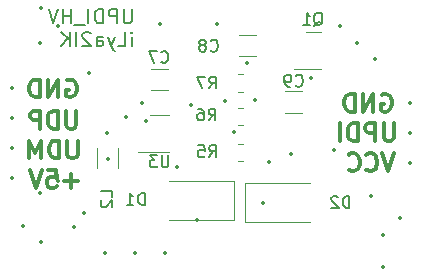
<source format=gbo>
%TF.GenerationSoftware,KiCad,Pcbnew,7.0.7-7.0.7~ubuntu22.04.1*%
%TF.CreationDate,2023-08-23T16:26:45+03:00*%
%TF.ProjectId,updi_hv_reset,75706469-5f68-4765-9f72-657365742e6b,rev?*%
%TF.SameCoordinates,Original*%
%TF.FileFunction,Legend,Bot*%
%TF.FilePolarity,Positive*%
%FSLAX46Y46*%
G04 Gerber Fmt 4.6, Leading zero omitted, Abs format (unit mm)*
G04 Created by KiCad (PCBNEW 7.0.7-7.0.7~ubuntu22.04.1) date 2023-08-23 16:26:45*
%MOMM*%
%LPD*%
G01*
G04 APERTURE LIST*
%ADD10C,0.300000*%
%ADD11C,0.200000*%
%ADD12C,0.150000*%
%ADD13C,0.120000*%
%ADD14C,0.350000*%
G04 APERTURE END LIST*
D10*
X107725489Y-113010828D02*
X107725489Y-114225114D01*
X107725489Y-114225114D02*
X107654060Y-114367971D01*
X107654060Y-114367971D02*
X107582632Y-114439400D01*
X107582632Y-114439400D02*
X107439774Y-114510828D01*
X107439774Y-114510828D02*
X107154060Y-114510828D01*
X107154060Y-114510828D02*
X107011203Y-114439400D01*
X107011203Y-114439400D02*
X106939774Y-114367971D01*
X106939774Y-114367971D02*
X106868346Y-114225114D01*
X106868346Y-114225114D02*
X106868346Y-113010828D01*
X106154060Y-114510828D02*
X106154060Y-113010828D01*
X106154060Y-113010828D02*
X105796917Y-113010828D01*
X105796917Y-113010828D02*
X105582631Y-113082257D01*
X105582631Y-113082257D02*
X105439774Y-113225114D01*
X105439774Y-113225114D02*
X105368345Y-113367971D01*
X105368345Y-113367971D02*
X105296917Y-113653685D01*
X105296917Y-113653685D02*
X105296917Y-113867971D01*
X105296917Y-113867971D02*
X105368345Y-114153685D01*
X105368345Y-114153685D02*
X105439774Y-114296542D01*
X105439774Y-114296542D02*
X105582631Y-114439400D01*
X105582631Y-114439400D02*
X105796917Y-114510828D01*
X105796917Y-114510828D02*
X106154060Y-114510828D01*
X104654060Y-114510828D02*
X104654060Y-113010828D01*
X104654060Y-113010828D02*
X104154060Y-114082257D01*
X104154060Y-114082257D02*
X103654060Y-113010828D01*
X103654060Y-113010828D02*
X103654060Y-114510828D01*
X134515489Y-111560828D02*
X134515489Y-112775114D01*
X134515489Y-112775114D02*
X134444060Y-112917971D01*
X134444060Y-112917971D02*
X134372632Y-112989400D01*
X134372632Y-112989400D02*
X134229774Y-113060828D01*
X134229774Y-113060828D02*
X133944060Y-113060828D01*
X133944060Y-113060828D02*
X133801203Y-112989400D01*
X133801203Y-112989400D02*
X133729774Y-112917971D01*
X133729774Y-112917971D02*
X133658346Y-112775114D01*
X133658346Y-112775114D02*
X133658346Y-111560828D01*
X132944060Y-113060828D02*
X132944060Y-111560828D01*
X132944060Y-111560828D02*
X132372631Y-111560828D01*
X132372631Y-111560828D02*
X132229774Y-111632257D01*
X132229774Y-111632257D02*
X132158345Y-111703685D01*
X132158345Y-111703685D02*
X132086917Y-111846542D01*
X132086917Y-111846542D02*
X132086917Y-112060828D01*
X132086917Y-112060828D02*
X132158345Y-112203685D01*
X132158345Y-112203685D02*
X132229774Y-112275114D01*
X132229774Y-112275114D02*
X132372631Y-112346542D01*
X132372631Y-112346542D02*
X132944060Y-112346542D01*
X131444060Y-113060828D02*
X131444060Y-111560828D01*
X131444060Y-111560828D02*
X131086917Y-111560828D01*
X131086917Y-111560828D02*
X130872631Y-111632257D01*
X130872631Y-111632257D02*
X130729774Y-111775114D01*
X130729774Y-111775114D02*
X130658345Y-111917971D01*
X130658345Y-111917971D02*
X130586917Y-112203685D01*
X130586917Y-112203685D02*
X130586917Y-112417971D01*
X130586917Y-112417971D02*
X130658345Y-112703685D01*
X130658345Y-112703685D02*
X130729774Y-112846542D01*
X130729774Y-112846542D02*
X130872631Y-112989400D01*
X130872631Y-112989400D02*
X131086917Y-113060828D01*
X131086917Y-113060828D02*
X131444060Y-113060828D01*
X129944060Y-113060828D02*
X129944060Y-111560828D01*
X106799774Y-107922257D02*
X106942632Y-107850828D01*
X106942632Y-107850828D02*
X107156917Y-107850828D01*
X107156917Y-107850828D02*
X107371203Y-107922257D01*
X107371203Y-107922257D02*
X107514060Y-108065114D01*
X107514060Y-108065114D02*
X107585489Y-108207971D01*
X107585489Y-108207971D02*
X107656917Y-108493685D01*
X107656917Y-108493685D02*
X107656917Y-108707971D01*
X107656917Y-108707971D02*
X107585489Y-108993685D01*
X107585489Y-108993685D02*
X107514060Y-109136542D01*
X107514060Y-109136542D02*
X107371203Y-109279400D01*
X107371203Y-109279400D02*
X107156917Y-109350828D01*
X107156917Y-109350828D02*
X107014060Y-109350828D01*
X107014060Y-109350828D02*
X106799774Y-109279400D01*
X106799774Y-109279400D02*
X106728346Y-109207971D01*
X106728346Y-109207971D02*
X106728346Y-108707971D01*
X106728346Y-108707971D02*
X107014060Y-108707971D01*
X106085489Y-109350828D02*
X106085489Y-107850828D01*
X106085489Y-107850828D02*
X105228346Y-109350828D01*
X105228346Y-109350828D02*
X105228346Y-107850828D01*
X104514060Y-109350828D02*
X104514060Y-107850828D01*
X104514060Y-107850828D02*
X104156917Y-107850828D01*
X104156917Y-107850828D02*
X103942631Y-107922257D01*
X103942631Y-107922257D02*
X103799774Y-108065114D01*
X103799774Y-108065114D02*
X103728345Y-108207971D01*
X103728345Y-108207971D02*
X103656917Y-108493685D01*
X103656917Y-108493685D02*
X103656917Y-108707971D01*
X103656917Y-108707971D02*
X103728345Y-108993685D01*
X103728345Y-108993685D02*
X103799774Y-109136542D01*
X103799774Y-109136542D02*
X103942631Y-109279400D01*
X103942631Y-109279400D02*
X104156917Y-109350828D01*
X104156917Y-109350828D02*
X104514060Y-109350828D01*
X133469774Y-109132257D02*
X133612632Y-109060828D01*
X133612632Y-109060828D02*
X133826917Y-109060828D01*
X133826917Y-109060828D02*
X134041203Y-109132257D01*
X134041203Y-109132257D02*
X134184060Y-109275114D01*
X134184060Y-109275114D02*
X134255489Y-109417971D01*
X134255489Y-109417971D02*
X134326917Y-109703685D01*
X134326917Y-109703685D02*
X134326917Y-109917971D01*
X134326917Y-109917971D02*
X134255489Y-110203685D01*
X134255489Y-110203685D02*
X134184060Y-110346542D01*
X134184060Y-110346542D02*
X134041203Y-110489400D01*
X134041203Y-110489400D02*
X133826917Y-110560828D01*
X133826917Y-110560828D02*
X133684060Y-110560828D01*
X133684060Y-110560828D02*
X133469774Y-110489400D01*
X133469774Y-110489400D02*
X133398346Y-110417971D01*
X133398346Y-110417971D02*
X133398346Y-109917971D01*
X133398346Y-109917971D02*
X133684060Y-109917971D01*
X132755489Y-110560828D02*
X132755489Y-109060828D01*
X132755489Y-109060828D02*
X131898346Y-110560828D01*
X131898346Y-110560828D02*
X131898346Y-109060828D01*
X131184060Y-110560828D02*
X131184060Y-109060828D01*
X131184060Y-109060828D02*
X130826917Y-109060828D01*
X130826917Y-109060828D02*
X130612631Y-109132257D01*
X130612631Y-109132257D02*
X130469774Y-109275114D01*
X130469774Y-109275114D02*
X130398345Y-109417971D01*
X130398345Y-109417971D02*
X130326917Y-109703685D01*
X130326917Y-109703685D02*
X130326917Y-109917971D01*
X130326917Y-109917971D02*
X130398345Y-110203685D01*
X130398345Y-110203685D02*
X130469774Y-110346542D01*
X130469774Y-110346542D02*
X130612631Y-110489400D01*
X130612631Y-110489400D02*
X130826917Y-110560828D01*
X130826917Y-110560828D02*
X131184060Y-110560828D01*
X107625489Y-110500828D02*
X107625489Y-111715114D01*
X107625489Y-111715114D02*
X107554060Y-111857971D01*
X107554060Y-111857971D02*
X107482632Y-111929400D01*
X107482632Y-111929400D02*
X107339774Y-112000828D01*
X107339774Y-112000828D02*
X107054060Y-112000828D01*
X107054060Y-112000828D02*
X106911203Y-111929400D01*
X106911203Y-111929400D02*
X106839774Y-111857971D01*
X106839774Y-111857971D02*
X106768346Y-111715114D01*
X106768346Y-111715114D02*
X106768346Y-110500828D01*
X106054060Y-112000828D02*
X106054060Y-110500828D01*
X106054060Y-110500828D02*
X105696917Y-110500828D01*
X105696917Y-110500828D02*
X105482631Y-110572257D01*
X105482631Y-110572257D02*
X105339774Y-110715114D01*
X105339774Y-110715114D02*
X105268345Y-110857971D01*
X105268345Y-110857971D02*
X105196917Y-111143685D01*
X105196917Y-111143685D02*
X105196917Y-111357971D01*
X105196917Y-111357971D02*
X105268345Y-111643685D01*
X105268345Y-111643685D02*
X105339774Y-111786542D01*
X105339774Y-111786542D02*
X105482631Y-111929400D01*
X105482631Y-111929400D02*
X105696917Y-112000828D01*
X105696917Y-112000828D02*
X106054060Y-112000828D01*
X104554060Y-112000828D02*
X104554060Y-110500828D01*
X104554060Y-110500828D02*
X103982631Y-110500828D01*
X103982631Y-110500828D02*
X103839774Y-110572257D01*
X103839774Y-110572257D02*
X103768345Y-110643685D01*
X103768345Y-110643685D02*
X103696917Y-110786542D01*
X103696917Y-110786542D02*
X103696917Y-111000828D01*
X103696917Y-111000828D02*
X103768345Y-111143685D01*
X103768345Y-111143685D02*
X103839774Y-111215114D01*
X103839774Y-111215114D02*
X103982631Y-111286542D01*
X103982631Y-111286542D02*
X104554060Y-111286542D01*
X134529774Y-114110828D02*
X134029774Y-115610828D01*
X134029774Y-115610828D02*
X133529774Y-114110828D01*
X132172632Y-115467971D02*
X132244060Y-115539400D01*
X132244060Y-115539400D02*
X132458346Y-115610828D01*
X132458346Y-115610828D02*
X132601203Y-115610828D01*
X132601203Y-115610828D02*
X132815489Y-115539400D01*
X132815489Y-115539400D02*
X132958346Y-115396542D01*
X132958346Y-115396542D02*
X133029775Y-115253685D01*
X133029775Y-115253685D02*
X133101203Y-114967971D01*
X133101203Y-114967971D02*
X133101203Y-114753685D01*
X133101203Y-114753685D02*
X133029775Y-114467971D01*
X133029775Y-114467971D02*
X132958346Y-114325114D01*
X132958346Y-114325114D02*
X132815489Y-114182257D01*
X132815489Y-114182257D02*
X132601203Y-114110828D01*
X132601203Y-114110828D02*
X132458346Y-114110828D01*
X132458346Y-114110828D02*
X132244060Y-114182257D01*
X132244060Y-114182257D02*
X132172632Y-114253685D01*
X130672632Y-115467971D02*
X130744060Y-115539400D01*
X130744060Y-115539400D02*
X130958346Y-115610828D01*
X130958346Y-115610828D02*
X131101203Y-115610828D01*
X131101203Y-115610828D02*
X131315489Y-115539400D01*
X131315489Y-115539400D02*
X131458346Y-115396542D01*
X131458346Y-115396542D02*
X131529775Y-115253685D01*
X131529775Y-115253685D02*
X131601203Y-114967971D01*
X131601203Y-114967971D02*
X131601203Y-114753685D01*
X131601203Y-114753685D02*
X131529775Y-114467971D01*
X131529775Y-114467971D02*
X131458346Y-114325114D01*
X131458346Y-114325114D02*
X131315489Y-114182257D01*
X131315489Y-114182257D02*
X131101203Y-114110828D01*
X131101203Y-114110828D02*
X130958346Y-114110828D01*
X130958346Y-114110828D02*
X130744060Y-114182257D01*
X130744060Y-114182257D02*
X130672632Y-114253685D01*
X107765489Y-116449400D02*
X106622632Y-116449400D01*
X107194060Y-117020828D02*
X107194060Y-115877971D01*
X105194060Y-115520828D02*
X105908346Y-115520828D01*
X105908346Y-115520828D02*
X105979774Y-116235114D01*
X105979774Y-116235114D02*
X105908346Y-116163685D01*
X105908346Y-116163685D02*
X105765489Y-116092257D01*
X105765489Y-116092257D02*
X105408346Y-116092257D01*
X105408346Y-116092257D02*
X105265489Y-116163685D01*
X105265489Y-116163685D02*
X105194060Y-116235114D01*
X105194060Y-116235114D02*
X105122631Y-116377971D01*
X105122631Y-116377971D02*
X105122631Y-116735114D01*
X105122631Y-116735114D02*
X105194060Y-116877971D01*
X105194060Y-116877971D02*
X105265489Y-116949400D01*
X105265489Y-116949400D02*
X105408346Y-117020828D01*
X105408346Y-117020828D02*
X105765489Y-117020828D01*
X105765489Y-117020828D02*
X105908346Y-116949400D01*
X105908346Y-116949400D02*
X105979774Y-116877971D01*
X104694060Y-115520828D02*
X104194060Y-117020828D01*
X104194060Y-117020828D02*
X103694060Y-115520828D01*
D11*
X112312707Y-101880742D02*
X112312707Y-102852171D01*
X112312707Y-102852171D02*
X112255564Y-102966457D01*
X112255564Y-102966457D02*
X112198422Y-103023600D01*
X112198422Y-103023600D02*
X112084136Y-103080742D01*
X112084136Y-103080742D02*
X111855564Y-103080742D01*
X111855564Y-103080742D02*
X111741279Y-103023600D01*
X111741279Y-103023600D02*
X111684136Y-102966457D01*
X111684136Y-102966457D02*
X111626993Y-102852171D01*
X111626993Y-102852171D02*
X111626993Y-101880742D01*
X111055564Y-103080742D02*
X111055564Y-101880742D01*
X111055564Y-101880742D02*
X110598421Y-101880742D01*
X110598421Y-101880742D02*
X110484136Y-101937885D01*
X110484136Y-101937885D02*
X110426993Y-101995028D01*
X110426993Y-101995028D02*
X110369850Y-102109314D01*
X110369850Y-102109314D02*
X110369850Y-102280742D01*
X110369850Y-102280742D02*
X110426993Y-102395028D01*
X110426993Y-102395028D02*
X110484136Y-102452171D01*
X110484136Y-102452171D02*
X110598421Y-102509314D01*
X110598421Y-102509314D02*
X111055564Y-102509314D01*
X109855564Y-103080742D02*
X109855564Y-101880742D01*
X109855564Y-101880742D02*
X109569850Y-101880742D01*
X109569850Y-101880742D02*
X109398421Y-101937885D01*
X109398421Y-101937885D02*
X109284136Y-102052171D01*
X109284136Y-102052171D02*
X109226993Y-102166457D01*
X109226993Y-102166457D02*
X109169850Y-102395028D01*
X109169850Y-102395028D02*
X109169850Y-102566457D01*
X109169850Y-102566457D02*
X109226993Y-102795028D01*
X109226993Y-102795028D02*
X109284136Y-102909314D01*
X109284136Y-102909314D02*
X109398421Y-103023600D01*
X109398421Y-103023600D02*
X109569850Y-103080742D01*
X109569850Y-103080742D02*
X109855564Y-103080742D01*
X108655564Y-103080742D02*
X108655564Y-101880742D01*
X108369850Y-103195028D02*
X107455564Y-103195028D01*
X107169849Y-103080742D02*
X107169849Y-101880742D01*
X107169849Y-102452171D02*
X106484135Y-102452171D01*
X106484135Y-103080742D02*
X106484135Y-101880742D01*
X106084135Y-101880742D02*
X105684135Y-103080742D01*
X105684135Y-103080742D02*
X105284135Y-101880742D01*
X112312707Y-105012742D02*
X112312707Y-104212742D01*
X112312707Y-103812742D02*
X112369850Y-103869885D01*
X112369850Y-103869885D02*
X112312707Y-103927028D01*
X112312707Y-103927028D02*
X112255564Y-103869885D01*
X112255564Y-103869885D02*
X112312707Y-103812742D01*
X112312707Y-103812742D02*
X112312707Y-103927028D01*
X111169850Y-105012742D02*
X111741278Y-105012742D01*
X111741278Y-105012742D02*
X111741278Y-103812742D01*
X110884135Y-104212742D02*
X110598421Y-105012742D01*
X110312706Y-104212742D02*
X110598421Y-105012742D01*
X110598421Y-105012742D02*
X110712706Y-105298457D01*
X110712706Y-105298457D02*
X110769849Y-105355600D01*
X110769849Y-105355600D02*
X110884135Y-105412742D01*
X109341278Y-105012742D02*
X109341278Y-104384171D01*
X109341278Y-104384171D02*
X109398420Y-104269885D01*
X109398420Y-104269885D02*
X109512706Y-104212742D01*
X109512706Y-104212742D02*
X109741278Y-104212742D01*
X109741278Y-104212742D02*
X109855563Y-104269885D01*
X109341278Y-104955600D02*
X109455563Y-105012742D01*
X109455563Y-105012742D02*
X109741278Y-105012742D01*
X109741278Y-105012742D02*
X109855563Y-104955600D01*
X109855563Y-104955600D02*
X109912706Y-104841314D01*
X109912706Y-104841314D02*
X109912706Y-104727028D01*
X109912706Y-104727028D02*
X109855563Y-104612742D01*
X109855563Y-104612742D02*
X109741278Y-104555600D01*
X109741278Y-104555600D02*
X109455563Y-104555600D01*
X109455563Y-104555600D02*
X109341278Y-104498457D01*
X108826992Y-103927028D02*
X108769849Y-103869885D01*
X108769849Y-103869885D02*
X108655564Y-103812742D01*
X108655564Y-103812742D02*
X108369849Y-103812742D01*
X108369849Y-103812742D02*
X108255564Y-103869885D01*
X108255564Y-103869885D02*
X108198421Y-103927028D01*
X108198421Y-103927028D02*
X108141278Y-104041314D01*
X108141278Y-104041314D02*
X108141278Y-104155600D01*
X108141278Y-104155600D02*
X108198421Y-104327028D01*
X108198421Y-104327028D02*
X108884135Y-105012742D01*
X108884135Y-105012742D02*
X108141278Y-105012742D01*
X107626992Y-105012742D02*
X107626992Y-103812742D01*
X107055563Y-105012742D02*
X107055563Y-103812742D01*
X106369849Y-105012742D02*
X106884135Y-104327028D01*
X106369849Y-103812742D02*
X107055563Y-104498457D01*
D12*
X126196666Y-108349580D02*
X126244285Y-108397200D01*
X126244285Y-108397200D02*
X126387142Y-108444819D01*
X126387142Y-108444819D02*
X126482380Y-108444819D01*
X126482380Y-108444819D02*
X126625237Y-108397200D01*
X126625237Y-108397200D02*
X126720475Y-108301961D01*
X126720475Y-108301961D02*
X126768094Y-108206723D01*
X126768094Y-108206723D02*
X126815713Y-108016247D01*
X126815713Y-108016247D02*
X126815713Y-107873390D01*
X126815713Y-107873390D02*
X126768094Y-107682914D01*
X126768094Y-107682914D02*
X126720475Y-107587676D01*
X126720475Y-107587676D02*
X126625237Y-107492438D01*
X126625237Y-107492438D02*
X126482380Y-107444819D01*
X126482380Y-107444819D02*
X126387142Y-107444819D01*
X126387142Y-107444819D02*
X126244285Y-107492438D01*
X126244285Y-107492438D02*
X126196666Y-107540057D01*
X125720475Y-108444819D02*
X125529999Y-108444819D01*
X125529999Y-108444819D02*
X125434761Y-108397200D01*
X125434761Y-108397200D02*
X125387142Y-108349580D01*
X125387142Y-108349580D02*
X125291904Y-108206723D01*
X125291904Y-108206723D02*
X125244285Y-108016247D01*
X125244285Y-108016247D02*
X125244285Y-107635295D01*
X125244285Y-107635295D02*
X125291904Y-107540057D01*
X125291904Y-107540057D02*
X125339523Y-107492438D01*
X125339523Y-107492438D02*
X125434761Y-107444819D01*
X125434761Y-107444819D02*
X125625237Y-107444819D01*
X125625237Y-107444819D02*
X125720475Y-107492438D01*
X125720475Y-107492438D02*
X125768094Y-107540057D01*
X125768094Y-107540057D02*
X125815713Y-107635295D01*
X125815713Y-107635295D02*
X125815713Y-107873390D01*
X125815713Y-107873390D02*
X125768094Y-107968628D01*
X125768094Y-107968628D02*
X125720475Y-108016247D01*
X125720475Y-108016247D02*
X125625237Y-108063866D01*
X125625237Y-108063866D02*
X125434761Y-108063866D01*
X125434761Y-108063866D02*
X125339523Y-108016247D01*
X125339523Y-108016247D02*
X125291904Y-107968628D01*
X125291904Y-107968628D02*
X125244285Y-107873390D01*
X118826666Y-111314819D02*
X119159999Y-110838628D01*
X119398094Y-111314819D02*
X119398094Y-110314819D01*
X119398094Y-110314819D02*
X119017142Y-110314819D01*
X119017142Y-110314819D02*
X118921904Y-110362438D01*
X118921904Y-110362438D02*
X118874285Y-110410057D01*
X118874285Y-110410057D02*
X118826666Y-110505295D01*
X118826666Y-110505295D02*
X118826666Y-110648152D01*
X118826666Y-110648152D02*
X118874285Y-110743390D01*
X118874285Y-110743390D02*
X118921904Y-110791009D01*
X118921904Y-110791009D02*
X119017142Y-110838628D01*
X119017142Y-110838628D02*
X119398094Y-110838628D01*
X117969523Y-110314819D02*
X118159999Y-110314819D01*
X118159999Y-110314819D02*
X118255237Y-110362438D01*
X118255237Y-110362438D02*
X118302856Y-110410057D01*
X118302856Y-110410057D02*
X118398094Y-110552914D01*
X118398094Y-110552914D02*
X118445713Y-110743390D01*
X118445713Y-110743390D02*
X118445713Y-111124342D01*
X118445713Y-111124342D02*
X118398094Y-111219580D01*
X118398094Y-111219580D02*
X118350475Y-111267200D01*
X118350475Y-111267200D02*
X118255237Y-111314819D01*
X118255237Y-111314819D02*
X118064761Y-111314819D01*
X118064761Y-111314819D02*
X117969523Y-111267200D01*
X117969523Y-111267200D02*
X117921904Y-111219580D01*
X117921904Y-111219580D02*
X117874285Y-111124342D01*
X117874285Y-111124342D02*
X117874285Y-110886247D01*
X117874285Y-110886247D02*
X117921904Y-110791009D01*
X117921904Y-110791009D02*
X117969523Y-110743390D01*
X117969523Y-110743390D02*
X118064761Y-110695771D01*
X118064761Y-110695771D02*
X118255237Y-110695771D01*
X118255237Y-110695771D02*
X118350475Y-110743390D01*
X118350475Y-110743390D02*
X118398094Y-110791009D01*
X118398094Y-110791009D02*
X118445713Y-110886247D01*
X118866666Y-114414819D02*
X119199999Y-113938628D01*
X119438094Y-114414819D02*
X119438094Y-113414819D01*
X119438094Y-113414819D02*
X119057142Y-113414819D01*
X119057142Y-113414819D02*
X118961904Y-113462438D01*
X118961904Y-113462438D02*
X118914285Y-113510057D01*
X118914285Y-113510057D02*
X118866666Y-113605295D01*
X118866666Y-113605295D02*
X118866666Y-113748152D01*
X118866666Y-113748152D02*
X118914285Y-113843390D01*
X118914285Y-113843390D02*
X118961904Y-113891009D01*
X118961904Y-113891009D02*
X119057142Y-113938628D01*
X119057142Y-113938628D02*
X119438094Y-113938628D01*
X117961904Y-113414819D02*
X118438094Y-113414819D01*
X118438094Y-113414819D02*
X118485713Y-113891009D01*
X118485713Y-113891009D02*
X118438094Y-113843390D01*
X118438094Y-113843390D02*
X118342856Y-113795771D01*
X118342856Y-113795771D02*
X118104761Y-113795771D01*
X118104761Y-113795771D02*
X118009523Y-113843390D01*
X118009523Y-113843390D02*
X117961904Y-113891009D01*
X117961904Y-113891009D02*
X117914285Y-113986247D01*
X117914285Y-113986247D02*
X117914285Y-114224342D01*
X117914285Y-114224342D02*
X117961904Y-114319580D01*
X117961904Y-114319580D02*
X118009523Y-114367200D01*
X118009523Y-114367200D02*
X118104761Y-114414819D01*
X118104761Y-114414819D02*
X118342856Y-114414819D01*
X118342856Y-114414819D02*
X118438094Y-114367200D01*
X118438094Y-114367200D02*
X118485713Y-114319580D01*
X113408094Y-118464819D02*
X113408094Y-117464819D01*
X113408094Y-117464819D02*
X113169999Y-117464819D01*
X113169999Y-117464819D02*
X113027142Y-117512438D01*
X113027142Y-117512438D02*
X112931904Y-117607676D01*
X112931904Y-117607676D02*
X112884285Y-117702914D01*
X112884285Y-117702914D02*
X112836666Y-117893390D01*
X112836666Y-117893390D02*
X112836666Y-118036247D01*
X112836666Y-118036247D02*
X112884285Y-118226723D01*
X112884285Y-118226723D02*
X112931904Y-118321961D01*
X112931904Y-118321961D02*
X113027142Y-118417200D01*
X113027142Y-118417200D02*
X113169999Y-118464819D01*
X113169999Y-118464819D02*
X113408094Y-118464819D01*
X111884285Y-118464819D02*
X112455713Y-118464819D01*
X112169999Y-118464819D02*
X112169999Y-117464819D01*
X112169999Y-117464819D02*
X112265237Y-117607676D01*
X112265237Y-117607676D02*
X112360475Y-117702914D01*
X112360475Y-117702914D02*
X112455713Y-117750533D01*
X115421904Y-114264819D02*
X115421904Y-115074342D01*
X115421904Y-115074342D02*
X115374285Y-115169580D01*
X115374285Y-115169580D02*
X115326666Y-115217200D01*
X115326666Y-115217200D02*
X115231428Y-115264819D01*
X115231428Y-115264819D02*
X115040952Y-115264819D01*
X115040952Y-115264819D02*
X114945714Y-115217200D01*
X114945714Y-115217200D02*
X114898095Y-115169580D01*
X114898095Y-115169580D02*
X114850476Y-115074342D01*
X114850476Y-115074342D02*
X114850476Y-114264819D01*
X114469523Y-114264819D02*
X113850476Y-114264819D01*
X113850476Y-114264819D02*
X114183809Y-114645771D01*
X114183809Y-114645771D02*
X114040952Y-114645771D01*
X114040952Y-114645771D02*
X113945714Y-114693390D01*
X113945714Y-114693390D02*
X113898095Y-114741009D01*
X113898095Y-114741009D02*
X113850476Y-114836247D01*
X113850476Y-114836247D02*
X113850476Y-115074342D01*
X113850476Y-115074342D02*
X113898095Y-115169580D01*
X113898095Y-115169580D02*
X113945714Y-115217200D01*
X113945714Y-115217200D02*
X114040952Y-115264819D01*
X114040952Y-115264819D02*
X114326666Y-115264819D01*
X114326666Y-115264819D02*
X114421904Y-115217200D01*
X114421904Y-115217200D02*
X114469523Y-115169580D01*
X110674819Y-117793333D02*
X110674819Y-117317143D01*
X110674819Y-117317143D02*
X109674819Y-117317143D01*
X109770057Y-118079048D02*
X109722438Y-118126667D01*
X109722438Y-118126667D02*
X109674819Y-118221905D01*
X109674819Y-118221905D02*
X109674819Y-118460000D01*
X109674819Y-118460000D02*
X109722438Y-118555238D01*
X109722438Y-118555238D02*
X109770057Y-118602857D01*
X109770057Y-118602857D02*
X109865295Y-118650476D01*
X109865295Y-118650476D02*
X109960533Y-118650476D01*
X109960533Y-118650476D02*
X110103390Y-118602857D01*
X110103390Y-118602857D02*
X110674819Y-118031429D01*
X110674819Y-118031429D02*
X110674819Y-118650476D01*
X114806666Y-106339580D02*
X114854285Y-106387200D01*
X114854285Y-106387200D02*
X114997142Y-106434819D01*
X114997142Y-106434819D02*
X115092380Y-106434819D01*
X115092380Y-106434819D02*
X115235237Y-106387200D01*
X115235237Y-106387200D02*
X115330475Y-106291961D01*
X115330475Y-106291961D02*
X115378094Y-106196723D01*
X115378094Y-106196723D02*
X115425713Y-106006247D01*
X115425713Y-106006247D02*
X115425713Y-105863390D01*
X115425713Y-105863390D02*
X115378094Y-105672914D01*
X115378094Y-105672914D02*
X115330475Y-105577676D01*
X115330475Y-105577676D02*
X115235237Y-105482438D01*
X115235237Y-105482438D02*
X115092380Y-105434819D01*
X115092380Y-105434819D02*
X114997142Y-105434819D01*
X114997142Y-105434819D02*
X114854285Y-105482438D01*
X114854285Y-105482438D02*
X114806666Y-105530057D01*
X114473332Y-105434819D02*
X113806666Y-105434819D01*
X113806666Y-105434819D02*
X114235237Y-106434819D01*
X118986666Y-105389580D02*
X119034285Y-105437200D01*
X119034285Y-105437200D02*
X119177142Y-105484819D01*
X119177142Y-105484819D02*
X119272380Y-105484819D01*
X119272380Y-105484819D02*
X119415237Y-105437200D01*
X119415237Y-105437200D02*
X119510475Y-105341961D01*
X119510475Y-105341961D02*
X119558094Y-105246723D01*
X119558094Y-105246723D02*
X119605713Y-105056247D01*
X119605713Y-105056247D02*
X119605713Y-104913390D01*
X119605713Y-104913390D02*
X119558094Y-104722914D01*
X119558094Y-104722914D02*
X119510475Y-104627676D01*
X119510475Y-104627676D02*
X119415237Y-104532438D01*
X119415237Y-104532438D02*
X119272380Y-104484819D01*
X119272380Y-104484819D02*
X119177142Y-104484819D01*
X119177142Y-104484819D02*
X119034285Y-104532438D01*
X119034285Y-104532438D02*
X118986666Y-104580057D01*
X118415237Y-104913390D02*
X118510475Y-104865771D01*
X118510475Y-104865771D02*
X118558094Y-104818152D01*
X118558094Y-104818152D02*
X118605713Y-104722914D01*
X118605713Y-104722914D02*
X118605713Y-104675295D01*
X118605713Y-104675295D02*
X118558094Y-104580057D01*
X118558094Y-104580057D02*
X118510475Y-104532438D01*
X118510475Y-104532438D02*
X118415237Y-104484819D01*
X118415237Y-104484819D02*
X118224761Y-104484819D01*
X118224761Y-104484819D02*
X118129523Y-104532438D01*
X118129523Y-104532438D02*
X118081904Y-104580057D01*
X118081904Y-104580057D02*
X118034285Y-104675295D01*
X118034285Y-104675295D02*
X118034285Y-104722914D01*
X118034285Y-104722914D02*
X118081904Y-104818152D01*
X118081904Y-104818152D02*
X118129523Y-104865771D01*
X118129523Y-104865771D02*
X118224761Y-104913390D01*
X118224761Y-104913390D02*
X118415237Y-104913390D01*
X118415237Y-104913390D02*
X118510475Y-104961009D01*
X118510475Y-104961009D02*
X118558094Y-105008628D01*
X118558094Y-105008628D02*
X118605713Y-105103866D01*
X118605713Y-105103866D02*
X118605713Y-105294342D01*
X118605713Y-105294342D02*
X118558094Y-105389580D01*
X118558094Y-105389580D02*
X118510475Y-105437200D01*
X118510475Y-105437200D02*
X118415237Y-105484819D01*
X118415237Y-105484819D02*
X118224761Y-105484819D01*
X118224761Y-105484819D02*
X118129523Y-105437200D01*
X118129523Y-105437200D02*
X118081904Y-105389580D01*
X118081904Y-105389580D02*
X118034285Y-105294342D01*
X118034285Y-105294342D02*
X118034285Y-105103866D01*
X118034285Y-105103866D02*
X118081904Y-105008628D01*
X118081904Y-105008628D02*
X118129523Y-104961009D01*
X118129523Y-104961009D02*
X118224761Y-104913390D01*
X118866666Y-108604819D02*
X119199999Y-108128628D01*
X119438094Y-108604819D02*
X119438094Y-107604819D01*
X119438094Y-107604819D02*
X119057142Y-107604819D01*
X119057142Y-107604819D02*
X118961904Y-107652438D01*
X118961904Y-107652438D02*
X118914285Y-107700057D01*
X118914285Y-107700057D02*
X118866666Y-107795295D01*
X118866666Y-107795295D02*
X118866666Y-107938152D01*
X118866666Y-107938152D02*
X118914285Y-108033390D01*
X118914285Y-108033390D02*
X118961904Y-108081009D01*
X118961904Y-108081009D02*
X119057142Y-108128628D01*
X119057142Y-108128628D02*
X119438094Y-108128628D01*
X118533332Y-107604819D02*
X117866666Y-107604819D01*
X117866666Y-107604819D02*
X118295237Y-108604819D01*
X130738094Y-118704819D02*
X130738094Y-117704819D01*
X130738094Y-117704819D02*
X130499999Y-117704819D01*
X130499999Y-117704819D02*
X130357142Y-117752438D01*
X130357142Y-117752438D02*
X130261904Y-117847676D01*
X130261904Y-117847676D02*
X130214285Y-117942914D01*
X130214285Y-117942914D02*
X130166666Y-118133390D01*
X130166666Y-118133390D02*
X130166666Y-118276247D01*
X130166666Y-118276247D02*
X130214285Y-118466723D01*
X130214285Y-118466723D02*
X130261904Y-118561961D01*
X130261904Y-118561961D02*
X130357142Y-118657200D01*
X130357142Y-118657200D02*
X130499999Y-118704819D01*
X130499999Y-118704819D02*
X130738094Y-118704819D01*
X129785713Y-117800057D02*
X129738094Y-117752438D01*
X129738094Y-117752438D02*
X129642856Y-117704819D01*
X129642856Y-117704819D02*
X129404761Y-117704819D01*
X129404761Y-117704819D02*
X129309523Y-117752438D01*
X129309523Y-117752438D02*
X129261904Y-117800057D01*
X129261904Y-117800057D02*
X129214285Y-117895295D01*
X129214285Y-117895295D02*
X129214285Y-117990533D01*
X129214285Y-117990533D02*
X129261904Y-118133390D01*
X129261904Y-118133390D02*
X129833332Y-118704819D01*
X129833332Y-118704819D02*
X129214285Y-118704819D01*
X127737738Y-103290057D02*
X127832976Y-103242438D01*
X127832976Y-103242438D02*
X127928214Y-103147200D01*
X127928214Y-103147200D02*
X128071071Y-103004342D01*
X128071071Y-103004342D02*
X128166309Y-102956723D01*
X128166309Y-102956723D02*
X128261547Y-102956723D01*
X128213928Y-103194819D02*
X128309166Y-103147200D01*
X128309166Y-103147200D02*
X128404404Y-103051961D01*
X128404404Y-103051961D02*
X128452023Y-102861485D01*
X128452023Y-102861485D02*
X128452023Y-102528152D01*
X128452023Y-102528152D02*
X128404404Y-102337676D01*
X128404404Y-102337676D02*
X128309166Y-102242438D01*
X128309166Y-102242438D02*
X128213928Y-102194819D01*
X128213928Y-102194819D02*
X128023452Y-102194819D01*
X128023452Y-102194819D02*
X127928214Y-102242438D01*
X127928214Y-102242438D02*
X127832976Y-102337676D01*
X127832976Y-102337676D02*
X127785357Y-102528152D01*
X127785357Y-102528152D02*
X127785357Y-102861485D01*
X127785357Y-102861485D02*
X127832976Y-103051961D01*
X127832976Y-103051961D02*
X127928214Y-103147200D01*
X127928214Y-103147200D02*
X128023452Y-103194819D01*
X128023452Y-103194819D02*
X128213928Y-103194819D01*
X126832976Y-103194819D02*
X127404404Y-103194819D01*
X127118690Y-103194819D02*
X127118690Y-102194819D01*
X127118690Y-102194819D02*
X127213928Y-102337676D01*
X127213928Y-102337676D02*
X127309166Y-102432914D01*
X127309166Y-102432914D02*
X127404404Y-102480533D01*
D13*
%TO.C,C9*%
X126726252Y-110680000D02*
X125303748Y-110680000D01*
X126726252Y-108860000D02*
X125303748Y-108860000D01*
%TO.C,R6*%
X121774564Y-111715000D02*
X121320436Y-111715000D01*
X121774564Y-110245000D02*
X121320436Y-110245000D01*
%TO.C,R5*%
X121325436Y-113305000D02*
X121779564Y-113305000D01*
X121325436Y-114775000D02*
X121779564Y-114775000D01*
%TO.C,D1*%
X121017500Y-119760000D02*
X115507500Y-119760000D01*
X121017500Y-116460000D02*
X121017500Y-119760000D01*
X121017500Y-116460000D02*
X115507500Y-116460000D01*
%TO.C,U3*%
X114660000Y-110850000D02*
X113860000Y-110850000D01*
X114660000Y-110850000D02*
X115460000Y-110850000D01*
X114660000Y-113970000D02*
X112860000Y-113970000D01*
X114660000Y-113970000D02*
X115460000Y-113970000D01*
%TO.C,L2*%
X111170000Y-113684758D02*
X111170000Y-115355242D01*
X109350000Y-113684758D02*
X109350000Y-115355242D01*
%TO.C,C7*%
X115351252Y-108740000D02*
X113928748Y-108740000D01*
X115351252Y-106920000D02*
X113928748Y-106920000D01*
%TO.C,C8*%
X121388748Y-104060000D02*
X122811252Y-104060000D01*
X121388748Y-105880000D02*
X122811252Y-105880000D01*
%TO.C,R7*%
X121325436Y-107405000D02*
X121779564Y-107405000D01*
X121325436Y-108875000D02*
X121779564Y-108875000D01*
%TO.C,D2*%
X121892500Y-116640000D02*
X127402500Y-116640000D01*
X121892500Y-119940000D02*
X121892500Y-116640000D01*
X121892500Y-119940000D02*
X127402500Y-119940000D01*
%TO.C,Q1*%
X127692500Y-103810000D02*
X127042500Y-103810000D01*
X127692500Y-103810000D02*
X128342500Y-103810000D01*
X127692500Y-106930000D02*
X126017500Y-106930000D01*
X127692500Y-106930000D02*
X128342500Y-106930000D01*
%TD*%
D14*
X123402500Y-118290000D03*
X108260000Y-119110000D03*
X132610000Y-117740000D03*
X135010000Y-119560000D03*
X132800000Y-111570000D03*
X116110000Y-115220000D03*
X133550000Y-123750000D03*
X104580000Y-104740000D03*
X104590000Y-117440000D03*
X125800000Y-114150000D03*
X121000000Y-112320000D03*
X127480000Y-107740000D03*
X129990000Y-103280000D03*
X106040000Y-103280000D03*
X110270000Y-114560000D03*
X104600000Y-101820000D03*
X107410000Y-120320000D03*
X104600000Y-121640000D03*
X111790000Y-111000000D03*
X129430000Y-113830000D03*
X132890000Y-106120000D03*
X133610000Y-121000000D03*
X131430000Y-104720000D03*
X103090000Y-120220000D03*
X122100000Y-106430000D03*
X114730000Y-103150000D03*
X113180000Y-109830000D03*
X108730000Y-107270000D03*
X110260000Y-112380000D03*
X122750000Y-109600000D03*
X119535000Y-103130000D03*
X117350000Y-110020000D03*
X117880000Y-119725000D03*
X123960000Y-114850000D03*
X106060000Y-116400000D03*
X113502329Y-111389128D03*
X120240000Y-109660000D03*
X102190000Y-108570000D03*
X102190000Y-111110000D03*
X102190000Y-113650000D03*
X102190000Y-116190000D03*
X135880000Y-109825000D03*
X135880000Y-112365000D03*
X135880000Y-114905000D03*
X115175000Y-122560000D03*
X112635000Y-122560000D03*
X110095000Y-122560000D03*
M02*

</source>
